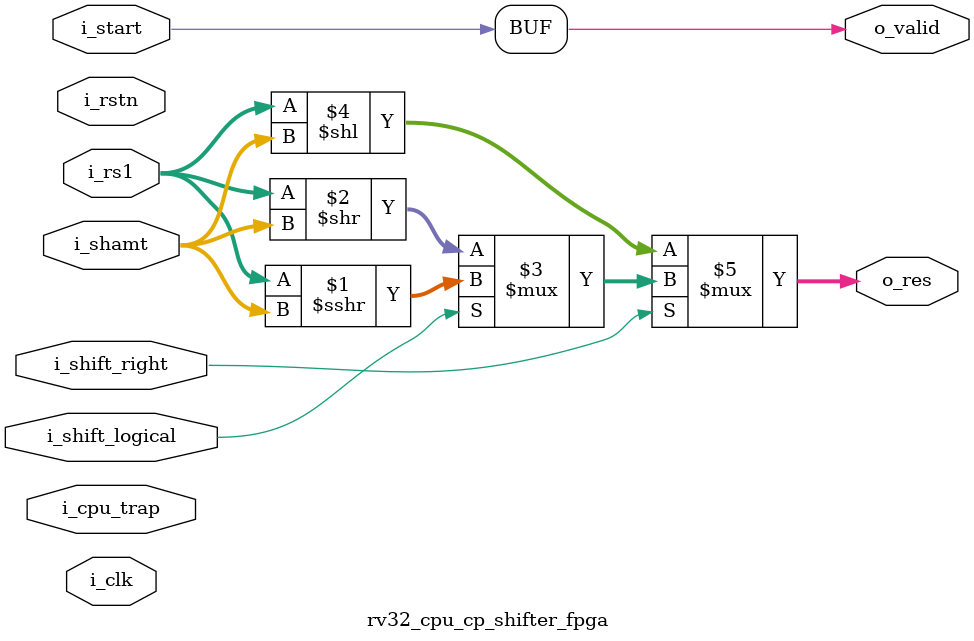
<source format=v>
`timescale 1ns / 1ps


module rv32_cpu_cp_shifter_fpga#(
    parameter XLEN = 32
)
(
    // Global control    
    input  wire             i_clk, // global clock, rising edge
    input  wire             i_rstn, // global reset, active low, async
    // Control signals
    input  wire             i_cpu_trap, // set when CPU is entering trap exec
    input  wire             i_shift_right, // shift left operation
    input  wire             i_shift_logical, // shift logical (only for shift right)
    input  wire             i_start, // start operation
    // Data input
    input  wire [XLEN-1:0]  i_rs1, // rf source 1
    input  wire [4:0]       i_shamt, // shift amount
    // Results and status
    output wire [XLEN-1:0]  o_res, // result
    output wire             o_valid // output valid
);

    assign o_res = i_shift_right? (i_shift_logical? i_rs1 >>> i_shamt: i_rs1 >> i_shamt): i_rs1 << i_shamt;
    assign o_valid = i_start;

endmodule

</source>
